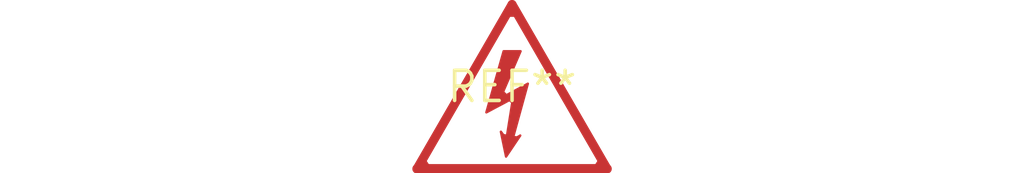
<source format=kicad_pcb>
(kicad_pcb (version 20240108) (generator pcbnew)
  (layers (0 "F.Cu" signal) (31 "B.Cu" signal) (34 "B.Paste" user) (35 "F.Paste" user) (36 "B.SilkS" user "B.Silkscreen") (37 "F.SilkS" user "F.Silkscreen") (38 "B.Mask" user) (39 "F.Mask" user) (44 "Edge.Cuts" user))
  (net 0 "")
  (footprint "Symbol_HighVoltage_Triangle_8x7mm_Copper" (layer "F.Cu") (at 0 0)
    (property "Reference" "REF**")
    (property "Value" "Symbol_HighVoltage_Triangle_8x7mm_Copper")
    (fp_line (start -4 3.46) (end 0 -3.46) (layer "F.Cu") (stroke (width 0.381)))
    (fp_line (start -3.51 3.44) (end -3.776322 3.030736) (layer "F.Cu") (stroke (width 0.2)))
    (fp_line (start -0.45 0.215) (end -0.24 0.44) (layer "F.Cu") (stroke (width 0.2)))
    (fp_line (start -0.34 2.095) (end 0.17 2.185) (layer "F.Cu") (stroke (width 0.2)))
    (fp_line (start -0.15 -3.04) (end 0.16 -3.04) (layer "F.Cu") (stroke (width 0.2)))
    (fp_line (start -0.132899 0.479099) (end 0.112899 0.680901) (layer "F.Cu") (stroke (width 0.2)))
    (fp_line (start 0 -3.46) (end 4 3.46) (layer "F.Cu") (stroke (width 0.381)))
    (fp_line (start 3.51 3.44) (end 3.776322 3.030736) (layer "F.Cu") (stroke (width 0.2)))
    (fp_line (start 4 3.46) (end -4 3.46) (layer "F.Cu") (stroke (width 0.4)))
    (fp_poly (pts (xy -0.5 0.5) (xy 0.664167 -0.12574) (xy 0.009323 2.260802) (xy 0.344021 2.057073) (xy -0.252615 2.94475) (xy -0.470896 1.897) (xy -0.238062 2.217146) (xy 0.038427 0.485448) (xy -1.082083 1.082083) (xy -0.354479 -1.493636) (xy 0.358573 -1.493636)) (layer "F.Cu") (stroke (width 0.1)) (fill solid))
  )
)
</source>
